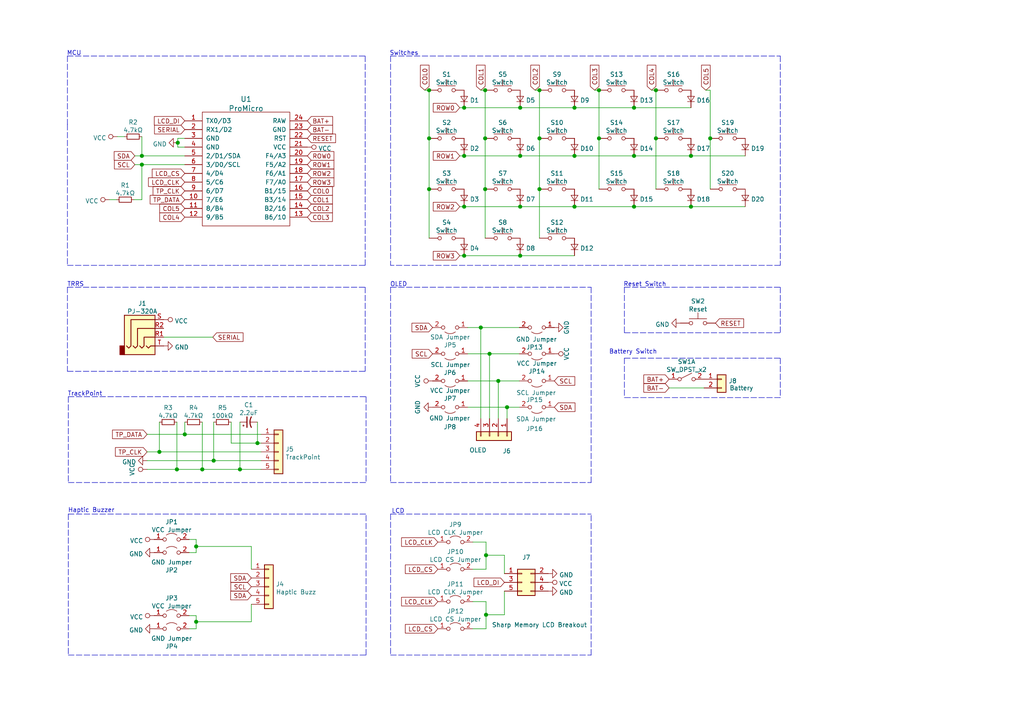
<source format=kicad_sch>
(kicad_sch (version 20210406) (generator eeschema)
  (paper "A4")
  (lib_symbols
    (symbol "Buzzard:ProMicro" (pin_names (offset 1.016))
      (property "Reference" "U" (at 0 19.05 0))
      (property "Value" "ProMicro" (at 0 -19.05 0))
      (symbol "ProMicro_0_1"
        (rectangle (start -12.7 16.51) (end 12.7 -16.51))
      )
      (symbol "ProMicro_1_1"
        (pin bidirectional line (at -17.78 13.97 0) (length 5.08) (name "TX0/D3") (number "1"))
        (pin bidirectional line (at -17.78 -8.89 0) (length 5.08) (name "7/E6") (number "10"))
        (pin bidirectional line (at -17.78 -11.43 0) (length 5.08) (name "8/B4") (number "11"))
        (pin bidirectional line (at -17.78 -13.97 0) (length 5.08) (name "9/B5") (number "12"))
        (pin bidirectional line (at 17.78 -13.97 180) (length 5.08) (name "B6/10") (number "13"))
        (pin bidirectional line (at 17.78 -11.43 180) (length 5.08) (name "B2/16") (number "14"))
        (pin bidirectional line (at 17.78 -8.89 180) (length 5.08) (name "B3/14") (number "15"))
        (pin bidirectional line (at 17.78 -6.35 180) (length 5.08) (name "B1/15") (number "16"))
        (pin bidirectional line (at 17.78 -3.81 180) (length 5.08) (name "F7/A0") (number "17"))
        (pin bidirectional line (at 17.78 -1.27 180) (length 5.08) (name "F6/A1") (number "18"))
        (pin bidirectional line (at 17.78 1.27 180) (length 5.08) (name "F5/A2") (number "19"))
        (pin bidirectional line (at -17.78 11.43 0) (length 5.08) (name "RX1/D2") (number "2"))
        (pin bidirectional line (at 17.78 3.81 180) (length 5.08) (name "F4/A3") (number "20"))
        (pin power_in line (at 17.78 6.35 180) (length 5.08) (name "VCC") (number "21"))
        (pin input line (at 17.78 8.89 180) (length 5.08) (name "RST") (number "22"))
        (pin power_in line (at 17.78 11.43 180) (length 5.08) (name "GND") (number "23"))
        (pin power_out line (at 17.78 13.97 180) (length 5.08) (name "RAW") (number "24"))
        (pin power_in line (at -17.78 8.89 0) (length 5.08) (name "GND") (number "3"))
        (pin power_in line (at -17.78 6.35 0) (length 5.08) (name "GND") (number "4"))
        (pin bidirectional line (at -17.78 3.81 0) (length 5.08) (name "2/D1/SDA") (number "5"))
        (pin bidirectional line (at -17.78 1.27 0) (length 5.08) (name "3/D0/SCL") (number "6"))
        (pin bidirectional line (at -17.78 -1.27 0) (length 5.08) (name "4/D4") (number "7"))
        (pin bidirectional line (at -17.78 -3.81 0) (length 5.08) (name "5/C6") (number "8"))
        (pin bidirectional line (at -17.78 -6.35 0) (length 5.08) (name "6/D7") (number "9"))
      )
    )
    (symbol "Connector:AudioJack4"
      (property "Reference" "J" (at 0 8.89 0))
      (property "Value" "AudioJack4" (at 0 6.35 0))
      (symbol "AudioJack4_0_1"
        (rectangle (start -6.35 -5.08) (end -7.62 -7.62) (stroke (width 0.254)) (fill (type outline)))
        (rectangle (start 2.54 3.81) (end -6.35 -7.62) (stroke (width 0.254)) (fill (type background)))
        (polyline (pts (xy 0 -5.08) (xy 0.635 -5.715) (xy 1.27 -5.08) (xy 2.54 -5.08)) (stroke (width 0.254)))
        (polyline (pts (xy -5.715 -5.08) (xy -5.08 -5.715) (xy -4.445 -5.08) (xy -4.445 2.54) (xy 2.54 2.54)) (stroke (width 0.254)))
        (polyline (pts (xy -1.905 -5.08) (xy -1.27 -5.715) (xy -0.635 -5.08) (xy -0.635 -2.54) (xy 2.54 -2.54)) (stroke (width 0.254)))
        (polyline (pts (xy 2.54 0) (xy -2.54 0) (xy -2.54 -5.08) (xy -3.175 -5.715) (xy -3.81 -5.08)) (stroke (width 0.254)))
      )
      (symbol "AudioJack4_1_1"
        (pin passive line (at 5.08 -2.54 180) (length 2.54) (name "~") (number "R1"))
        (pin passive line (at 5.08 0 180) (length 2.54) (name "~") (number "R2"))
        (pin passive line (at 5.08 2.54 180) (length 2.54) (name "~") (number "S"))
        (pin passive line (at 5.08 -5.08 180) (length 2.54) (name "~") (number "T"))
      )
    )
    (symbol "Connector_Generic:Conn_01x02" (pin_names (offset 1.016) hide)
      (property "Reference" "J" (at 0 2.54 0))
      (property "Value" "Conn_01x02" (at 0 -5.08 0))
      (symbol "Conn_01x02_1_1"
        (rectangle (start -1.27 -2.413) (end 0 -2.667) (stroke (width 0.1524)))
        (rectangle (start -1.27 0.127) (end 0 -0.127) (stroke (width 0.1524)))
        (rectangle (start -1.27 1.27) (end 1.27 -3.81) (stroke (width 0.254)) (fill (type background)))
        (pin passive line (at -5.08 0 0) (length 3.81) (name "Pin_1") (number "1"))
        (pin passive line (at -5.08 -2.54 0) (length 3.81) (name "Pin_2") (number "2"))
      )
    )
    (symbol "Connector_Generic:Conn_01x04" (pin_names (offset 1.016) hide)
      (property "Reference" "J" (at 0 5.08 0))
      (property "Value" "Conn_01x04" (at 0 -7.62 0))
      (symbol "Conn_01x04_1_1"
        (rectangle (start -1.27 -4.953) (end 0 -5.207) (stroke (width 0.1524)))
        (rectangle (start -1.27 -2.413) (end 0 -2.667) (stroke (width 0.1524)))
        (rectangle (start -1.27 0.127) (end 0 -0.127) (stroke (width 0.1524)))
        (rectangle (start -1.27 2.667) (end 0 2.413) (stroke (width 0.1524)))
        (rectangle (start -1.27 3.81) (end 1.27 -6.35) (stroke (width 0.254)) (fill (type background)))
        (pin passive line (at -5.08 2.54 0) (length 3.81) (name "Pin_1") (number "1"))
        (pin passive line (at -5.08 0 0) (length 3.81) (name "Pin_2") (number "2"))
        (pin passive line (at -5.08 -2.54 0) (length 3.81) (name "Pin_3") (number "3"))
        (pin passive line (at -5.08 -5.08 0) (length 3.81) (name "Pin_4") (number "4"))
      )
    )
    (symbol "Connector_Generic:Conn_01x05" (pin_names (offset 1.016) hide)
      (property "Reference" "J" (at 0 7.62 0))
      (property "Value" "Conn_01x05" (at 0 -7.62 0))
      (symbol "Conn_01x05_1_1"
        (rectangle (start -1.27 -4.953) (end 0 -5.207) (stroke (width 0.1524)))
        (rectangle (start -1.27 -2.413) (end 0 -2.667) (stroke (width 0.1524)))
        (rectangle (start -1.27 0.127) (end 0 -0.127) (stroke (width 0.1524)))
        (rectangle (start -1.27 2.667) (end 0 2.413) (stroke (width 0.1524)))
        (rectangle (start -1.27 5.207) (end 0 4.953) (stroke (width 0.1524)))
        (rectangle (start -1.27 6.35) (end 1.27 -6.35) (stroke (width 0.254)) (fill (type background)))
        (pin passive line (at -5.08 5.08 0) (length 3.81) (name "Pin_1") (number "1"))
        (pin passive line (at -5.08 2.54 0) (length 3.81) (name "Pin_2") (number "2"))
        (pin passive line (at -5.08 0 0) (length 3.81) (name "Pin_3") (number "3"))
        (pin passive line (at -5.08 -2.54 0) (length 3.81) (name "Pin_4") (number "4"))
        (pin passive line (at -5.08 -5.08 0) (length 3.81) (name "Pin_5") (number "5"))
      )
    )
    (symbol "Connector_Generic:Conn_02x03_Odd_Even" (pin_names (offset 1.016) hide)
      (property "Reference" "J" (at 1.27 5.08 0))
      (property "Value" "Conn_02x03_Odd_Even" (at 1.27 -5.08 0))
      (symbol "Conn_02x03_Odd_Even_1_1"
        (rectangle (start -1.27 -2.413) (end 0 -2.667) (stroke (width 0.1524)))
        (rectangle (start -1.27 0.127) (end 0 -0.127) (stroke (width 0.1524)))
        (rectangle (start -1.27 2.667) (end 0 2.413) (stroke (width 0.1524)))
        (rectangle (start 3.81 -2.413) (end 2.54 -2.667) (stroke (width 0.1524)))
        (rectangle (start 3.81 0.127) (end 2.54 -0.127) (stroke (width 0.1524)))
        (rectangle (start 3.81 2.667) (end 2.54 2.413) (stroke (width 0.1524)))
        (rectangle (start -1.27 3.81) (end 3.81 -3.81) (stroke (width 0.254)) (fill (type background)))
        (pin passive line (at -5.08 2.54 0) (length 3.81) (name "Pin_1") (number "1"))
        (pin passive line (at 7.62 2.54 180) (length 3.81) (name "Pin_2") (number "2"))
        (pin passive line (at -5.08 0 0) (length 3.81) (name "Pin_3") (number "3"))
        (pin passive line (at 7.62 0 180) (length 3.81) (name "Pin_4") (number "4"))
        (pin passive line (at -5.08 -2.54 0) (length 3.81) (name "Pin_5") (number "5"))
        (pin passive line (at 7.62 -2.54 180) (length 3.81) (name "Pin_6") (number "6"))
      )
    )
    (symbol "Device:CP1_Small" (pin_numbers hide) (pin_names (offset 0.254) hide)
      (property "Reference" "C" (at 0.254 1.778 0))
      (property "Value" "CP1_Small" (at 0.254 -2.032 0))
      (symbol "CP1_Small_0_1"
        (arc (start -1.524 -0.762) (end 1.524 -0.762) (radius (at 0 -3.556) (length 3.175) (angles 118.6 61.4)) (stroke (width 0.3048)))
        (polyline (pts (xy -1.524 0.508) (xy 1.524 0.508)) (stroke (width 0.3048)))
        (polyline (pts (xy -1.27 1.524) (xy -0.762 1.524)))
        (polyline (pts (xy -1.016 1.27) (xy -1.016 1.778)))
      )
      (symbol "CP1_Small_1_1"
        (pin passive line (at 0 2.54 270) (length 2.032) (name "~") (number "1"))
        (pin passive line (at 0 -2.54 90) (length 2.032) (name "~") (number "2"))
      )
    )
    (symbol "Device:D_Small" (pin_numbers hide) (pin_names (offset 0.254) hide)
      (property "Reference" "D" (at -1.27 2.032 0))
      (property "Value" "D_Small" (at -3.81 -2.032 0))
      (symbol "D_Small_0_1"
        (polyline (pts (xy -0.762 -1.016) (xy -0.762 1.016)))
        (polyline (pts (xy -0.762 0) (xy 0.762 0)))
        (polyline (pts (xy 0.762 -1.016) (xy -0.762 0) (xy 0.762 1.016) (xy 0.762 -1.016)))
      )
      (symbol "D_Small_1_1"
        (pin passive line (at -2.54 0 0) (length 1.778) (name "K") (number "1"))
        (pin passive line (at 2.54 0 180) (length 1.778) (name "A") (number "2"))
      )
    )
    (symbol "Device:R_Small" (pin_numbers hide) (pin_names (offset 0.254) hide)
      (property "Reference" "R" (at 0.762 0.508 0))
      (property "Value" "R_Small" (at 0.762 -1.016 0))
      (symbol "R_Small_0_1"
        (rectangle (start -0.762 1.778) (end 0.762 -1.778) (stroke (width 0.2032)))
      )
      (symbol "R_Small_1_1"
        (pin passive line (at 0 2.54 270) (length 0.762) (name "~") (number "1"))
        (pin passive line (at 0 -2.54 90) (length 0.762) (name "~") (number "2"))
      )
    )
    (symbol "Jumper:Jumper_2_Open" (pin_names (offset 0) hide)
      (property "Reference" "JP" (at 0 2.794 0))
      (property "Value" "Jumper_2_Open" (at 0 -2.286 0))
      (symbol "Jumper_2_Open_0_0"
        (circle (center -2.032 0) (radius 0.508))
        (circle (center 2.032 0) (radius 0.508))
      )
      (symbol "Jumper_2_Open_0_1"
        (arc (start -1.524 1.27) (end 1.524 1.27) (radius (at 0 -0.762) (length 2.54) (angles 126.9 53.1)))
      )
      (symbol "Jumper_2_Open_1_1"
        (pin passive line (at -5.08 0 0) (length 2.54) (name "A") (number "1"))
        (pin passive line (at 5.08 0 180) (length 2.54) (name "B") (number "2"))
      )
    )
    (symbol "Switch:SW_DPST_x2" (pin_names (offset 0) hide)
      (property "Reference" "SW" (at 0 3.175 0))
      (property "Value" "SW_DPST_x2" (at 0 -2.54 0))
      (symbol "SW_DPST_x2_0_0"
        (circle (center -2.032 0) (radius 0.508))
        (circle (center 2.032 0) (radius 0.508))
        (polyline (pts (xy -1.524 0.254) (xy 1.524 1.778)))
      )
      (symbol "SW_DPST_x2_1_1"
        (pin passive line (at -5.08 0 0) (length 2.54) (name "A") (number "1"))
        (pin passive line (at 5.08 0 180) (length 2.54) (name "B") (number "2"))
      )
      (symbol "SW_DPST_x2_2_1"
        (pin passive line (at -5.08 0 0) (length 2.54) (name "A") (number "3"))
        (pin passive line (at 5.08 0 180) (length 2.54) (name "B") (number "4"))
      )
    )
    (symbol "Switch:SW_Push" (pin_numbers hide) (pin_names (offset 1.016) hide)
      (property "Reference" "SW" (at 1.27 2.54 0))
      (property "Value" "SW_Push" (at 0 -1.524 0))
      (symbol "SW_Push_0_1"
        (circle (center -2.032 0) (radius 0.508))
        (circle (center 2.032 0) (radius 0.508))
        (polyline (pts (xy 0 1.27) (xy 0 3.048)))
        (polyline (pts (xy 2.54 1.27) (xy -2.54 1.27)))
        (pin passive line (at -5.08 0 0) (length 2.54) (name "1") (number "1"))
        (pin passive line (at 5.08 0 180) (length 2.54) (name "2") (number "2"))
      )
    )
    (symbol "power:GND" (power) (pin_names (offset 0))
      (property "Value" "GND" (at 0 -3.81 0))
      (symbol "GND_0_1"
        (polyline (pts (xy 0 0) (xy 0 -1.27) (xy 1.27 -1.27) (xy 0 -2.54) (xy -1.27 -1.27) (xy 0 -1.27)))
      )
      (symbol "GND_1_1"
        (pin power_in line (at 0 0 270) (length 0) hide (name "GND") (number "1"))
      )
    )
    (symbol "power:VCC" (power) (pin_names (offset 0))
      (property "Value" "VCC" (at 0 3.81 0))
      (symbol "VCC_0_1"
        (circle (center 0 1.905) (radius 0.635))
        (polyline (pts (xy 0 0) (xy 0 1.27)))
      )
      (symbol "VCC_1_1"
        (pin power_in line (at 0 0 90) (length 0) hide (name "VCC") (number "1"))
      )
    )
  )
  (junction (at 41.148 45.212) (diameter 1.016))
  (junction (at 41.148 47.752) (diameter 1.016))
  (junction (at 46.228 131.064) (diameter 1.016))
  (junction (at 51.308 136.144) (diameter 1.016))
  (junction (at 51.562 41.402) (diameter 1.016))
  (junction (at 53.594 125.984) (diameter 1.016))
  (junction (at 56.896 158.496) (diameter 1.016))
  (junction (at 56.896 180.34) (diameter 1.016))
  (junction (at 58.674 136.144) (diameter 1.016))
  (junction (at 61.976 133.604) (diameter 1.016))
  (junction (at 69.596 136.144) (diameter 1.016))
  (junction (at 74.676 128.524) (diameter 1.016))
  (junction (at 124.46 26.162) (diameter 1.016))
  (junction (at 124.46 40.132) (diameter 1.016))
  (junction (at 124.46 54.864) (diameter 1.016))
  (junction (at 134.62 31.242) (diameter 1.016))
  (junction (at 134.62 45.212) (diameter 1.016))
  (junction (at 134.62 59.944) (diameter 1.016))
  (junction (at 134.62 74.168) (diameter 1.016))
  (junction (at 139.446 94.996) (diameter 1.016))
  (junction (at 140.716 26.162) (diameter 1.016))
  (junction (at 140.716 40.132) (diameter 1.016))
  (junction (at 140.716 54.864) (diameter 1.016))
  (junction (at 140.97 161.036) (diameter 1.016))
  (junction (at 140.97 178.308) (diameter 1.016))
  (junction (at 141.986 102.616) (diameter 1.016))
  (junction (at 144.526 110.49) (diameter 1.016))
  (junction (at 147.066 118.11) (diameter 1.016))
  (junction (at 150.876 31.242) (diameter 1.016))
  (junction (at 150.876 45.212) (diameter 1.016))
  (junction (at 150.876 59.944) (diameter 1.016))
  (junction (at 150.876 74.168) (diameter 1.016))
  (junction (at 156.464 26.162) (diameter 1.016))
  (junction (at 156.464 40.132) (diameter 1.016))
  (junction (at 156.464 54.864) (diameter 1.016))
  (junction (at 166.624 31.242) (diameter 1.016))
  (junction (at 166.624 45.212) (diameter 1.016))
  (junction (at 166.624 59.944) (diameter 1.016))
  (junction (at 173.736 26.162) (diameter 1.016))
  (junction (at 173.736 40.132) (diameter 1.016))
  (junction (at 183.896 31.242) (diameter 1.016))
  (junction (at 183.896 45.212) (diameter 1.016))
  (junction (at 183.896 59.944) (diameter 1.016))
  (junction (at 190.246 26.162) (diameter 1.016))
  (junction (at 190.246 40.132) (diameter 1.016))
  (junction (at 200.406 45.212) (diameter 1.016))
  (junction (at 200.406 59.944) (diameter 1.016))
  (junction (at 205.994 40.132) (diameter 1.016))
  (wire (pts (xy 31.75 57.912) (xy 33.782 57.912)))
  (wire (pts (xy 34.036 39.624) (xy 36.068 39.624)))
  (wire (pts (xy 38.862 57.912) (xy 41.148 57.912)))
  (wire (pts (xy 39.116 45.212) (xy 41.148 45.212)))
  (wire (pts (xy 39.116 47.752) (xy 41.148 47.752)))
  (wire (pts (xy 41.148 39.624) (xy 41.148 45.212)))
  (wire (pts (xy 41.148 45.212) (xy 53.594 45.212)))
  (wire (pts (xy 41.148 47.752) (xy 41.148 57.912)))
  (wire (pts (xy 41.148 47.752) (xy 53.594 47.752)))
  (wire (pts (xy 42.672 125.984) (xy 53.594 125.984)))
  (wire (pts (xy 42.672 131.064) (xy 46.228 131.064)))
  (wire (pts (xy 42.672 133.604) (xy 61.976 133.604)))
  (wire (pts (xy 42.672 136.144) (xy 51.308 136.144)))
  (wire (pts (xy 46.228 122.428) (xy 46.228 131.064)))
  (wire (pts (xy 46.228 131.064) (xy 75.692 131.064)))
  (wire (pts (xy 47.498 97.79) (xy 61.722 97.79)))
  (wire (pts (xy 51.308 122.428) (xy 51.308 136.144)))
  (wire (pts (xy 51.308 136.144) (xy 58.674 136.144)))
  (wire (pts (xy 51.562 40.132) (xy 51.562 41.402)))
  (wire (pts (xy 51.562 42.672) (xy 51.562 41.402)))
  (wire (pts (xy 53.594 40.132) (xy 51.562 40.132)))
  (wire (pts (xy 53.594 42.672) (xy 51.562 42.672)))
  (wire (pts (xy 53.594 122.428) (xy 53.594 125.984)))
  (wire (pts (xy 53.594 125.984) (xy 75.692 125.984)))
  (wire (pts (xy 54.864 156.464) (xy 56.896 156.464)))
  (wire (pts (xy 54.864 160.274) (xy 56.896 160.274)))
  (wire (pts (xy 54.864 178.562) (xy 56.896 178.562)))
  (wire (pts (xy 54.864 182.372) (xy 56.896 182.372)))
  (wire (pts (xy 56.896 156.464) (xy 56.896 158.496)))
  (wire (pts (xy 56.896 158.496) (xy 56.896 160.274)))
  (wire (pts (xy 56.896 178.562) (xy 56.896 180.34)))
  (wire (pts (xy 56.896 180.34) (xy 56.896 182.372)))
  (wire (pts (xy 58.674 122.428) (xy 58.674 136.144)))
  (wire (pts (xy 58.674 136.144) (xy 69.596 136.144)))
  (wire (pts (xy 61.976 122.428) (xy 61.976 133.604)))
  (wire (pts (xy 61.976 133.604) (xy 75.692 133.604)))
  (wire (pts (xy 67.056 122.428) (xy 67.056 128.524)))
  (wire (pts (xy 67.056 128.524) (xy 74.676 128.524)))
  (wire (pts (xy 69.596 122.428) (xy 69.596 136.144)))
  (wire (pts (xy 69.596 136.144) (xy 75.692 136.144)))
  (wire (pts (xy 72.898 158.496) (xy 56.896 158.496)))
  (wire (pts (xy 72.898 165.1) (xy 72.898 158.496)))
  (wire (pts (xy 72.898 175.26) (xy 72.898 180.34)))
  (wire (pts (xy 72.898 180.34) (xy 56.896 180.34)))
  (wire (pts (xy 74.676 122.428) (xy 74.676 128.524)))
  (wire (pts (xy 74.676 128.524) (xy 75.692 128.524)))
  (wire (pts (xy 123.19 26.162) (xy 124.46 26.162)))
  (wire (pts (xy 124.46 26.162) (xy 124.46 40.132)))
  (wire (pts (xy 124.46 40.132) (xy 124.46 54.864)))
  (wire (pts (xy 124.46 54.864) (xy 124.46 69.088)))
  (wire (pts (xy 133.35 31.242) (xy 134.62 31.242)))
  (wire (pts (xy 133.35 45.212) (xy 134.62 45.212)))
  (wire (pts (xy 133.35 59.944) (xy 134.62 59.944)))
  (wire (pts (xy 133.35 74.168) (xy 134.62 74.168)))
  (wire (pts (xy 134.62 31.242) (xy 150.876 31.242)))
  (wire (pts (xy 134.62 45.212) (xy 150.876 45.212)))
  (wire (pts (xy 134.62 59.944) (xy 150.876 59.944)))
  (wire (pts (xy 134.62 74.168) (xy 150.876 74.168)))
  (wire (pts (xy 135.636 94.996) (xy 139.446 94.996)))
  (wire (pts (xy 135.636 102.616) (xy 141.986 102.616)))
  (wire (pts (xy 135.636 110.49) (xy 144.526 110.49)))
  (wire (pts (xy 135.636 118.11) (xy 147.066 118.11)))
  (wire (pts (xy 137.16 157.226) (xy 140.97 157.226)))
  (wire (pts (xy 137.16 174.498) (xy 140.97 174.498)))
  (wire (pts (xy 139.446 26.162) (xy 140.716 26.162)))
  (wire (pts (xy 139.446 94.996) (xy 139.446 121.412)))
  (wire (pts (xy 139.446 94.996) (xy 150.622 94.996)))
  (wire (pts (xy 140.716 26.162) (xy 140.716 40.132)))
  (wire (pts (xy 140.716 40.132) (xy 140.716 54.864)))
  (wire (pts (xy 140.716 54.864) (xy 140.716 69.088)))
  (wire (pts (xy 140.97 157.226) (xy 140.97 161.036)))
  (wire (pts (xy 140.97 161.036) (xy 140.97 165.1)))
  (wire (pts (xy 140.97 161.036) (xy 146.304 161.036)))
  (wire (pts (xy 140.97 165.1) (xy 137.16 165.1)))
  (wire (pts (xy 140.97 174.498) (xy 140.97 178.308)))
  (wire (pts (xy 140.97 178.308) (xy 140.97 182.372)))
  (wire (pts (xy 140.97 178.308) (xy 146.304 178.308)))
  (wire (pts (xy 140.97 182.372) (xy 137.16 182.372)))
  (wire (pts (xy 141.986 102.616) (xy 150.622 102.616)))
  (wire (pts (xy 141.986 121.412) (xy 141.986 102.616)))
  (wire (pts (xy 144.526 110.49) (xy 144.526 121.412)))
  (wire (pts (xy 144.526 110.49) (xy 150.622 110.49)))
  (wire (pts (xy 146.304 166.37) (xy 146.304 161.036)))
  (wire (pts (xy 146.304 171.45) (xy 146.304 178.308)))
  (wire (pts (xy 147.066 118.11) (xy 147.066 121.412)))
  (wire (pts (xy 147.066 118.11) (xy 150.622 118.11)))
  (wire (pts (xy 150.876 31.242) (xy 166.624 31.242)))
  (wire (pts (xy 150.876 45.212) (xy 166.624 45.212)))
  (wire (pts (xy 150.876 59.944) (xy 166.624 59.944)))
  (wire (pts (xy 150.876 74.168) (xy 166.624 74.168)))
  (wire (pts (xy 155.194 26.162) (xy 156.464 26.162)))
  (wire (pts (xy 156.464 26.162) (xy 156.464 40.132)))
  (wire (pts (xy 156.464 40.132) (xy 156.464 54.864)))
  (wire (pts (xy 156.464 54.864) (xy 156.464 69.088)))
  (wire (pts (xy 166.624 31.242) (xy 183.896 31.242)))
  (wire (pts (xy 166.624 45.212) (xy 183.896 45.212)))
  (wire (pts (xy 166.624 59.944) (xy 183.896 59.944)))
  (wire (pts (xy 172.466 26.162) (xy 173.736 26.162)))
  (wire (pts (xy 173.736 26.162) (xy 173.736 40.132)))
  (wire (pts (xy 173.736 40.132) (xy 173.736 54.864)))
  (wire (pts (xy 183.896 31.242) (xy 200.406 31.242)))
  (wire (pts (xy 183.896 45.212) (xy 200.406 45.212)))
  (wire (pts (xy 183.896 59.944) (xy 200.406 59.944)))
  (wire (pts (xy 188.976 26.162) (xy 190.246 26.162)))
  (wire (pts (xy 190.246 26.162) (xy 190.246 40.132)))
  (wire (pts (xy 190.246 40.132) (xy 190.246 54.864)))
  (wire (pts (xy 194.056 112.522) (xy 204.216 112.522)))
  (wire (pts (xy 200.406 45.212) (xy 216.154 45.212)))
  (wire (pts (xy 200.406 59.944) (xy 216.154 59.944)))
  (wire (pts (xy 204.724 26.162) (xy 205.994 26.162)))
  (wire (pts (xy 205.994 26.162) (xy 205.994 40.132)))
  (wire (pts (xy 205.994 40.132) (xy 205.994 54.864)))
  (polyline (pts (xy 19.558 16.256) (xy 19.558 36.068)) (stroke (width 0) (type dash)))
  (polyline (pts (xy 19.558 16.256) (xy 105.918 16.256)) (stroke (width 0) (type dash)))
  (polyline (pts (xy 19.558 36.068) (xy 19.558 76.962)) (stroke (width 0) (type dash)))
  (polyline (pts (xy 19.558 76.962) (xy 105.918 76.962)) (stroke (width 0) (type dash)))
  (polyline (pts (xy 19.558 83.312) (xy 19.558 107.696)) (stroke (width 0) (type dash)))
  (polyline (pts (xy 19.558 83.312) (xy 105.918 83.312)) (stroke (width 0) (type dash)))
  (polyline (pts (xy 19.558 107.696) (xy 105.918 107.696)) (stroke (width 0) (type dash)))
  (polyline (pts (xy 19.812 115.062) (xy 19.812 139.954)) (stroke (width 0) (type dash)))
  (polyline (pts (xy 19.812 115.062) (xy 106.172 115.062)) (stroke (width 0) (type dash)))
  (polyline (pts (xy 19.812 139.954) (xy 106.172 139.954)) (stroke (width 0) (type dash)))
  (polyline (pts (xy 19.812 149.098) (xy 19.812 189.992)) (stroke (width 0) (type dash)))
  (polyline (pts (xy 19.812 149.098) (xy 106.172 149.098)) (stroke (width 0) (type dash)))
  (polyline (pts (xy 19.812 189.992) (xy 106.172 189.992)) (stroke (width 0) (type dash)))
  (polyline (pts (xy 105.918 16.256) (xy 105.918 36.322)) (stroke (width 0) (type dash)))
  (polyline (pts (xy 105.918 76.962) (xy 105.918 36.068)) (stroke (width 0) (type dash)))
  (polyline (pts (xy 105.918 83.312) (xy 105.918 107.696)) (stroke (width 0) (type dash)))
  (polyline (pts (xy 106.172 115.062) (xy 106.172 139.954)) (stroke (width 0) (type dash)))
  (polyline (pts (xy 106.172 189.992) (xy 106.172 149.098)) (stroke (width 0) (type dash)))
  (polyline (pts (xy 113.284 16.256) (xy 113.284 76.962)) (stroke (width 0) (type dash)))
  (polyline (pts (xy 113.284 16.256) (xy 226.314 16.256)) (stroke (width 0) (type dash)))
  (polyline (pts (xy 113.284 83.312) (xy 113.284 99.06)) (stroke (width 0) (type dash)))
  (polyline (pts (xy 113.284 83.312) (xy 171.45 83.312)) (stroke (width 0) (type dash)))
  (polyline (pts (xy 113.284 99.06) (xy 113.284 139.954)) (stroke (width 0) (type dash)))
  (polyline (pts (xy 113.284 139.954) (xy 171.45 139.954)) (stroke (width 0) (type dash)))
  (polyline (pts (xy 113.284 149.098) (xy 113.284 189.992)) (stroke (width 0) (type dash)))
  (polyline (pts (xy 113.284 149.098) (xy 171.45 149.098)) (stroke (width 0) (type dash)))
  (polyline (pts (xy 113.284 189.992) (xy 171.45 189.992)) (stroke (width 0) (type dash)))
  (polyline (pts (xy 171.45 83.312) (xy 171.45 99.06)) (stroke (width 0) (type dash)))
  (polyline (pts (xy 171.45 139.954) (xy 171.45 99.06)) (stroke (width 0) (type dash)))
  (polyline (pts (xy 171.45 189.992) (xy 171.45 149.098)) (stroke (width 0) (type dash)))
  (polyline (pts (xy 181.102 83.312) (xy 181.102 96.52)) (stroke (width 0) (type dash)))
  (polyline (pts (xy 181.102 83.312) (xy 226.314 83.312)) (stroke (width 0) (type dash)))
  (polyline (pts (xy 181.102 96.52) (xy 226.314 96.52)) (stroke (width 0.1524) (type dash)))
  (polyline (pts (xy 181.102 103.886) (xy 181.102 115.316)) (stroke (width 0) (type dash)))
  (polyline (pts (xy 181.102 103.886) (xy 226.314 103.886)) (stroke (width 0) (type dash)))
  (polyline (pts (xy 226.314 16.256) (xy 226.314 76.962)) (stroke (width 0) (type dash)))
  (polyline (pts (xy 226.314 76.962) (xy 113.284 76.962)) (stroke (width 0) (type dash)))
  (polyline (pts (xy 226.314 83.312) (xy 226.314 96.52)) (stroke (width 0) (type dash)))
  (polyline (pts (xy 226.314 103.886) (xy 226.314 115.316)) (stroke (width 0) (type dash)))
  (polyline (pts (xy 226.314 115.316) (xy 181.102 115.316)) (stroke (width 0) (type dash)))
  (text "MCU\n" (at 23.622 16.256 180) (effects (font (size 1.27 1.27)) (justify right bottom)))
  (text "TRRS" (at 24.384 83.312 180) (effects (font (size 1.27 1.27)) (justify right bottom)))
  (text "TrackPoint" (at 29.718 115.062 180) (effects (font (size 1.27 1.27)) (justify right bottom)))
  (text "Haptic Buzzer" (at 33.274 148.844 180) (effects (font (size 1.27 1.27)) (justify right bottom)))
  (text "LCD" (at 117.348 149.098 180) (effects (font (size 1.27 1.27)) (justify right bottom)))
  (text "OLED" (at 118.11 83.312 180) (effects (font (size 1.27 1.27)) (justify right bottom)))
  (text "Switches" (at 121.412 16.256 180) (effects (font (size 1.27 1.27)) (justify right bottom)))
  (text "Reset Switch" (at 193.294 83.312 180) (effects (font (size 1.27 1.27)) (justify right bottom)))
  (text "Battery Switch	" (at 196.85 102.87 180) (effects (font (size 1.27 1.27)) (justify right bottom)))
  (global_label "SDA" (shape input) (at 39.116 45.212 180) (property "Intersheet References" "${INTERSHEET_REFS}" (effects hide)))
  (global_label "SCL" (shape input) (at 39.116 47.752 180) (property "Intersheet References" "${INTERSHEET_REFS}" (effects hide)))
  (global_label "TP_DATA" (shape input) (at 42.672 125.984 180) (property "Intersheet References" "${INTERSHEET_REFS}" (effects hide)))
  (global_label "TP_CLK" (shape input) (at 42.672 131.064 180) (property "Intersheet References" "${INTERSHEET_REFS}" (effects hide)))
  (global_label "LCD_DI" (shape input) (at 53.594 35.052 180) (property "Intersheet References" "${INTERSHEET_REFS}" (effects hide)))
  (global_label "SERIAL" (shape input) (at 53.594 37.592 180) (property "Intersheet References" "${INTERSHEET_REFS}" (effects hide)))
  (global_label "LCD_CS" (shape input) (at 53.594 50.292 180) (property "Intersheet References" "${INTERSHEET_REFS}" (effects hide)))
  (global_label "LCD_CLK" (shape input) (at 53.594 52.832 180) (property "Intersheet References" "${INTERSHEET_REFS}" (effects hide)))
  (global_label "TP_CLK" (shape input) (at 53.594 55.372 180) (property "Intersheet References" "${INTERSHEET_REFS}" (effects hide)))
  (global_label "TP_DATA" (shape input) (at 53.594 57.912 180) (property "Intersheet References" "${INTERSHEET_REFS}" (effects hide)))
  (global_label "COL5" (shape input) (at 53.594 60.452 180) (property "Intersheet References" "${INTERSHEET_REFS}" (effects hide)))
  (global_label "COL4" (shape input) (at 53.594 62.992 180) (property "Intersheet References" "${INTERSHEET_REFS}" (effects hide)))
  (global_label "SERIAL" (shape input) (at 61.722 97.79 0) (property "Intersheet References" "${INTERSHEET_REFS}" (effects hide)))
  (global_label "SDA" (shape input) (at 72.898 167.64 180) (property "Intersheet References" "${INTERSHEET_REFS}" (effects hide)))
  (global_label "SCL" (shape input) (at 72.898 170.18 180) (property "Intersheet References" "${INTERSHEET_REFS}" (effects hide)))
  (global_label "SDA" (shape input) (at 72.898 172.72 180) (property "Intersheet References" "${INTERSHEET_REFS}" (effects hide)))
  (global_label "BAT+" (shape input) (at 89.154 35.052 0) (property "Intersheet References" "${INTERSHEET_REFS}" (effects hide)))
  (global_label "BAT-" (shape input) (at 89.154 37.592 0) (property "Intersheet References" "${INTERSHEET_REFS}" (effects hide)))
  (global_label "RESET" (shape input) (at 89.154 40.132 0) (property "Intersheet References" "${INTERSHEET_REFS}" (effects hide)))
  (global_label "ROW0" (shape input) (at 89.154 45.212 0) (property "Intersheet References" "${INTERSHEET_REFS}" (effects hide)))
  (global_label "ROW1" (shape input) (at 89.154 47.752 0) (property "Intersheet References" "${INTERSHEET_REFS}" (effects hide)))
  (global_label "ROW2" (shape input) (at 89.154 50.292 0) (property "Intersheet References" "${INTERSHEET_REFS}" (effects hide)))
  (global_label "ROW3" (shape input) (at 89.154 52.832 0) (property "Intersheet References" "${INTERSHEET_REFS}" (effects hide)))
  (global_label "COL0" (shape input) (at 89.154 55.372 0) (property "Intersheet References" "${INTERSHEET_REFS}" (effects hide)))
  (global_label "COL1" (shape input) (at 89.154 57.912 0) (property "Intersheet References" "${INTERSHEET_REFS}" (effects hide)))
  (global_label "COL2" (shape input) (at 89.154 60.452 0) (property "Intersheet References" "${INTERSHEET_REFS}" (effects hide)))
  (global_label "COL3" (shape input) (at 89.154 62.992 0) (property "Intersheet References" "${INTERSHEET_REFS}" (effects hide)))
  (global_label "COL0" (shape input) (at 123.19 26.162 90) (property "Intersheet References" "${INTERSHEET_REFS}" (effects hide)))
  (global_label "SDA" (shape input) (at 125.476 94.996 180) (property "Intersheet References" "${INTERSHEET_REFS}" (effects hide)))
  (global_label "SCL" (shape input) (at 125.476 102.616 180) (property "Intersheet References" "${INTERSHEET_REFS}" (effects hide)))
  (global_label "LCD_CLK" (shape input) (at 127 157.226 180) (property "Intersheet References" "${INTERSHEET_REFS}" (effects hide)))
  (global_label "LCD_CS" (shape input) (at 127 165.1 180) (property "Intersheet References" "${INTERSHEET_REFS}" (effects hide)))
  (global_label "LCD_CLK" (shape input) (at 127 174.498 180) (property "Intersheet References" "${INTERSHEET_REFS}" (effects hide)))
  (global_label "LCD_CS" (shape input) (at 127 182.372 180) (property "Intersheet References" "${INTERSHEET_REFS}" (effects hide)))
  (global_label "ROW0" (shape input) (at 133.35 31.242 180) (property "Intersheet References" "${INTERSHEET_REFS}" (effects hide)))
  (global_label "ROW1" (shape input) (at 133.35 45.212 180) (property "Intersheet References" "${INTERSHEET_REFS}" (effects hide)))
  (global_label "ROW2" (shape input) (at 133.35 59.944 180) (property "Intersheet References" "${INTERSHEET_REFS}" (effects hide)))
  (global_label "ROW3" (shape input) (at 133.35 74.168 180) (property "Intersheet References" "${INTERSHEET_REFS}" (effects hide)))
  (global_label "COL1" (shape input) (at 139.446 26.162 90) (property "Intersheet References" "${INTERSHEET_REFS}" (effects hide)))
  (global_label "LCD_DI" (shape input) (at 146.304 168.91 180) (property "Intersheet References" "${INTERSHEET_REFS}" (effects hide)))
  (global_label "COL2" (shape input) (at 155.194 26.162 90) (property "Intersheet References" "${INTERSHEET_REFS}" (effects hide)))
  (global_label "SCL" (shape input) (at 160.782 110.49 0) (property "Intersheet References" "${INTERSHEET_REFS}" (effects hide)))
  (global_label "SDA" (shape input) (at 160.782 118.11 0) (property "Intersheet References" "${INTERSHEET_REFS}" (effects hide)))
  (global_label "COL3" (shape input) (at 172.466 26.162 90) (property "Intersheet References" "${INTERSHEET_REFS}" (effects hide)))
  (global_label "COL4" (shape input) (at 188.976 26.162 90) (property "Intersheet References" "${INTERSHEET_REFS}" (effects hide)))
  (global_label "BAT+" (shape input) (at 194.056 109.982 180) (property "Intersheet References" "${INTERSHEET_REFS}" (effects hide)))
  (global_label "BAT-" (shape input) (at 194.056 112.522 180) (property "Intersheet References" "${INTERSHEET_REFS}" (effects hide)))
  (global_label "COL5" (shape input) (at 204.724 26.162 90) (property "Intersheet References" "${INTERSHEET_REFS}" (effects hide)))
  (global_label "RESET" (shape input) (at 207.518 93.726 0) (property "Intersheet References" "${INTERSHEET_REFS}" (effects hide)))
  (symbol (lib_id "power:VCC") (at 31.75 57.912 90) (unit 1)
    (property "Reference" "#PWR01" (effects hide))
    (property "Value" "VCC" (at 28.5749 58.3005 90) (effects (justify left)))
  )
  (symbol (lib_id "power:VCC") (at 34.036 39.624 90) (unit 1)
    (property "Reference" "#PWR02" (effects hide))
    (property "Value" "VCC" (at 30.8609 40.0125 90) (effects (justify left)))
  )
  (symbol (lib_id "power:VCC") (at 42.672 136.144 90) (unit 1)
    (property "Reference" "#PWR04" (effects hide))
    (property "Value" "VCC" (at 38.3476 136.144 0))
  )
  (symbol (lib_id "power:VCC") (at 44.704 156.464 90) (unit 1)
    (property "Reference" "#PWR05" (effects hide))
    (property "Value" "VCC" (at 41.5289 156.8525 90) (effects (justify left)))
  )
  (symbol (lib_id "power:VCC") (at 44.704 178.562 90) (unit 1)
    (property "Reference" "#PWR07" (effects hide))
    (property "Value" "VCC" (at 41.5289 178.9505 90) (effects (justify left)))
  )
  (symbol (lib_id "power:VCC") (at 47.498 92.71 270) (unit 1)
    (property "Reference" "#PWR09" (effects hide))
    (property "Value" "VCC" (at 50.6731 93.0985 90) (effects (justify left)))
  )
  (symbol (lib_id "power:VCC") (at 89.154 42.672 270) (unit 1)
    (property "Reference" "#PWR012" (effects hide))
    (property "Value" "VCC" (at 92.3291 43.0605 90) (effects (justify left)))
  )
  (symbol (lib_id "power:VCC") (at 125.476 110.49 90) (unit 1)
    (property "Reference" "#PWR013" (effects hide))
    (property "Value" "VCC" (at 121.1516 110.49 0))
  )
  (symbol (lib_id "power:VCC") (at 159.004 168.91 270) (unit 1)
    (property "Reference" "#PWR018" (effects hide))
    (property "Value" "VCC" (at 162.1791 169.2985 90) (effects (justify left)))
  )
  (symbol (lib_id "power:VCC") (at 160.782 102.616 270) (unit 1)
    (property "Reference" "#PWR020" (effects hide))
    (property "Value" "VCC" (at 164.3294 102.616 0))
  )
  (symbol (lib_id "power:GND") (at 42.672 133.604 270) (unit 1)
    (property "Reference" "#PWR03" (effects hide))
    (property "Value" "GND" (at 39.497 133.9925 90) (effects (justify right)))
  )
  (symbol (lib_id "power:GND") (at 44.704 160.274 270) (unit 1)
    (property "Reference" "#PWR06" (effects hide))
    (property "Value" "GND" (at 41.529 160.6625 90) (effects (justify right)))
  )
  (symbol (lib_id "power:GND") (at 44.704 182.372 270) (unit 1)
    (property "Reference" "#PWR08" (effects hide))
    (property "Value" "GND" (at 41.529 182.7605 90) (effects (justify right)))
  )
  (symbol (lib_id "power:GND") (at 47.498 100.33 90) (unit 1)
    (property "Reference" "#PWR010" (effects hide))
    (property "Value" "GND" (at 50.6731 100.7185 90) (effects (justify right)))
  )
  (symbol (lib_id "power:GND") (at 51.562 41.402 270) (unit 1)
    (property "Reference" "#PWR011" (effects hide))
    (property "Value" "GND" (at 48.387 41.7905 90) (effects (justify right)))
  )
  (symbol (lib_id "power:GND") (at 125.476 118.11 270) (unit 1)
    (property "Reference" "#PWR014" (effects hide))
    (property "Value" "GND" (at 121.1516 118.11 0))
  )
  (symbol (lib_id "power:GND") (at 159.004 166.37 90) (unit 1)
    (property "Reference" "#PWR017" (effects hide))
    (property "Value" "GND" (at 162.1791 166.7585 90) (effects (justify right)))
  )
  (symbol (lib_id "power:GND") (at 159.004 171.45 90) (unit 1)
    (property "Reference" "#PWR0101" (effects hide))
    (property "Value" "GND" (at 162.1791 171.8385 90) (effects (justify right)))
  )
  (symbol (lib_id "power:GND") (at 160.782 94.996 90) (unit 1)
    (property "Reference" "#PWR019" (effects hide))
    (property "Value" "GND" (at 164.3294 94.996 0))
  )
  (symbol (lib_id "power:GND") (at 197.358 93.726 270) (unit 1)
    (property "Reference" "#PWR021" (effects hide))
    (property "Value" "GND" (at 194.183 94.1145 90) (effects (justify right)))
  )
  (symbol (lib_id "Device:R_Small") (at 36.322 57.912 90) (unit 1)
    (property "Reference" "R1" (at 36.322 53.7422 90))
    (property "Value" "4.7kΩ" (at 36.322 56.0409 90))
    (property "Footprint" "Buzzard:Resistor-TH_SMD" (effects hide))
  )
  (symbol (lib_id "Device:R_Small") (at 38.608 39.624 90) (unit 1)
    (property "Reference" "R2" (at 38.608 35.4542 90))
    (property "Value" "4.7kΩ" (at 38.608 37.7529 90))
    (property "Footprint" "Buzzard:Resistor-TH_SMD" (effects hide))
  )
  (symbol (lib_id "Device:R_Small") (at 48.768 122.428 270) (unit 1)
    (property "Reference" "R3" (at 48.768 118.2582 90))
    (property "Value" "4.7kΩ" (at 48.768 120.5569 90))
    (property "Footprint" "Buzzard:Resistor-TH_SMD" (effects hide))
  )
  (symbol (lib_id "Device:R_Small") (at 56.134 122.428 270) (unit 1)
    (property "Reference" "R4" (at 56.134 118.2582 90))
    (property "Value" "4.7kΩ" (at 56.134 120.5569 90))
    (property "Footprint" "Buzzard:Resistor-TH_SMD" (effects hide))
  )
  (symbol (lib_id "Device:R_Small") (at 64.516 122.428 270) (unit 1)
    (property "Reference" "R5" (at 64.516 118.2582 90))
    (property "Value" "100kΩ" (at 64.516 120.5569 90))
    (property "Footprint" "Buzzard:Resistor-TH_SMD" (effects hide))
  )
  (symbol (lib_id "Device:D_Small") (at 134.62 28.702 90) (unit 1)
    (property "Reference" "D1" (at 136.2711 29.0905 90) (effects (justify right)))
    (property "Value" "D_Small" (effects hide))
    (property "Footprint" "Buzzard:D3_TH_SMD_v2" (effects hide))
  )
  (symbol (lib_id "Device:D_Small") (at 134.62 42.672 90) (unit 1)
    (property "Reference" "D2" (at 136.2711 43.0605 90) (effects (justify right)))
    (property "Value" "D_Small" (effects hide))
    (property "Footprint" "Buzzard:D3_TH_SMD_v2" (effects hide))
  )
  (symbol (lib_id "Device:D_Small") (at 134.62 57.404 90) (unit 1)
    (property "Reference" "D3" (at 136.2711 57.7925 90) (effects (justify right)))
    (property "Value" "D_Small" (effects hide))
    (property "Footprint" "Buzzard:D3_TH_SMD_v2" (effects hide))
  )
  (symbol (lib_id "Device:D_Small") (at 134.62 71.628 90) (unit 1)
    (property "Reference" "D4" (at 136.2711 72.0165 90) (effects (justify right)))
    (property "Value" "D_Small" (effects hide))
    (property "Footprint" "Buzzard:D3_TH_SMD_v2" (effects hide))
  )
  (symbol (lib_id "Device:D_Small") (at 150.876 28.702 90) (unit 1)
    (property "Reference" "D5" (at 152.5271 29.0905 90) (effects (justify right)))
    (property "Value" "D_Small" (effects hide))
    (property "Footprint" "Buzzard:D3_TH_SMD_v2" (effects hide))
  )
  (symbol (lib_id "Device:D_Small") (at 150.876 42.672 90) (unit 1)
    (property "Reference" "D6" (at 152.5271 43.0605 90) (effects (justify right)))
    (property "Value" "D_Small" (effects hide))
    (property "Footprint" "Buzzard:D3_TH_SMD_v2" (effects hide))
  )
  (symbol (lib_id "Device:D_Small") (at 150.876 57.404 90) (unit 1)
    (property "Reference" "D7" (at 152.5271 57.7925 90) (effects (justify right)))
    (property "Value" "D_Small" (effects hide))
    (property "Footprint" "Buzzard:D3_TH_SMD_v2" (effects hide))
  )
  (symbol (lib_id "Device:D_Small") (at 150.876 71.628 90) (unit 1)
    (property "Reference" "D8" (at 152.5271 72.0165 90) (effects (justify right)))
    (property "Value" "D_Small" (effects hide))
    (property "Footprint" "Buzzard:D3_TH_SMD_v2" (effects hide))
  )
  (symbol (lib_id "Device:D_Small") (at 166.624 28.702 90) (unit 1)
    (property "Reference" "D9" (at 168.2751 29.0905 90) (effects (justify right)))
    (property "Value" "D_Small" (effects hide))
    (property "Footprint" "Buzzard:D3_TH_SMD_v2" (effects hide))
  )
  (symbol (lib_id "Device:D_Small") (at 166.624 42.672 90) (unit 1)
    (property "Reference" "D10" (at 168.2751 43.0605 90) (effects (justify right)))
    (property "Value" "D_Small" (effects hide))
    (property "Footprint" "Buzzard:D3_TH_SMD_v2" (effects hide))
  )
  (symbol (lib_id "Device:D_Small") (at 166.624 57.404 90) (unit 1)
    (property "Reference" "D11" (at 168.2751 57.7925 90) (effects (justify right)))
    (property "Value" "D_Small" (effects hide))
    (property "Footprint" "Buzzard:D3_TH_SMD_v2" (effects hide))
  )
  (symbol (lib_id "Device:D_Small") (at 166.624 71.628 90) (unit 1)
    (property "Reference" "D12" (at 168.2751 72.0165 90) (effects (justify right)))
    (property "Value" "D_Small" (effects hide))
    (property "Footprint" "Buzzard:D3_TH_SMD_v2" (effects hide))
  )
  (symbol (lib_id "Device:D_Small") (at 183.896 28.702 90) (unit 1)
    (property "Reference" "D13" (at 185.5471 29.0905 90) (effects (justify right)))
    (property "Value" "D_Small" (effects hide))
    (property "Footprint" "Buzzard:D3_TH_SMD_v2" (effects hide))
  )
  (symbol (lib_id "Device:D_Small") (at 183.896 42.672 90) (unit 1)
    (property "Reference" "D14" (at 185.5471 43.0605 90) (effects (justify right)))
    (property "Value" "D_Small" (effects hide))
    (property "Footprint" "Buzzard:D3_TH_SMD_v2" (effects hide))
  )
  (symbol (lib_id "Device:D_Small") (at 183.896 57.404 90) (unit 1)
    (property "Reference" "D15" (at 185.5471 57.7925 90) (effects (justify right)))
    (property "Value" "D_Small" (effects hide))
    (property "Footprint" "Buzzard:D3_TH_SMD_v2" (effects hide))
  )
  (symbol (lib_id "Device:D_Small") (at 200.406 28.702 90) (unit 1)
    (property "Reference" "D16" (at 202.0571 29.0905 90) (effects (justify right)))
    (property "Value" "D_Small" (effects hide))
    (property "Footprint" "Buzzard:D3_TH_SMD_v2" (effects hide))
  )
  (symbol (lib_id "Device:D_Small") (at 200.406 42.672 90) (unit 1)
    (property "Reference" "D17" (at 202.0571 43.0605 90) (effects (justify right)))
    (property "Value" "D_Small" (effects hide))
    (property "Footprint" "Buzzard:D3_TH_SMD_v2" (effects hide))
  )
  (symbol (lib_id "Device:D_Small") (at 200.406 57.404 90) (unit 1)
    (property "Reference" "D18" (at 202.0571 57.7925 90) (effects (justify right)))
    (property "Value" "D_Small" (effects hide))
    (property "Footprint" "Buzzard:D3_TH_SMD_v2" (effects hide))
  )
  (symbol (lib_id "Device:D_Small") (at 216.154 42.672 90) (unit 1)
    (property "Reference" "D19" (at 217.8051 43.0605 90) (effects (justify right)))
    (property "Value" "D_Small" (effects hide))
    (property "Footprint" "Buzzard:D3_TH_SMD_v2" (effects hide))
  )
  (symbol (lib_id "Device:D_Small") (at 216.154 57.404 90) (unit 1)
    (property "Reference" "D20" (at 217.8051 57.7925 90) (effects (justify right)))
    (property "Value" "D_Small" (effects hide))
    (property "Footprint" "Buzzard:D3_TH_SMD_v2" (effects hide))
  )
  (symbol (lib_id "Device:CP1_Small") (at 72.136 122.428 90) (unit 1)
    (property "Reference" "C1" (at 72.136 117.4454 90))
    (property "Value" "2.2uF" (at 72.136 119.7441 90))
    (property "Footprint" "Buzzard:C_THT_SMD_0805_HandSolder_Reversable" (effects hide))
  )
  (symbol (lib_id "Jumper:Jumper_2_Open") (at 49.784 156.464 0) (unit 1)
    (property "Reference" "JP1" (at 49.784 151.3798 0))
    (property "Value" "VCC Jumper" (at 49.784 153.6785 0))
    (property "Footprint" "Jumper:SolderJumper-2_P1.3mm_Open_Pad1.0x1.5mm" (effects hide))
  )
  (symbol (lib_id "Jumper:Jumper_2_Open") (at 49.784 160.274 0) (unit 1)
    (property "Reference" "JP2" (at 49.784 165.3498 0))
    (property "Value" "GND Jumper" (at 49.784 163.0765 0))
    (property "Footprint" "Jumper:SolderJumper-2_P1.3mm_Open_Pad1.0x1.5mm" (effects hide))
  )
  (symbol (lib_id "Jumper:Jumper_2_Open") (at 49.784 178.562 0) (unit 1)
    (property "Reference" "JP3" (at 49.784 173.4778 0))
    (property "Value" "VCC Jumper" (at 49.784 175.7765 0))
    (property "Footprint" "Jumper:SolderJumper-2_P1.3mm_Open_Pad1.0x1.5mm" (effects hide))
  )
  (symbol (lib_id "Jumper:Jumper_2_Open") (at 49.784 182.372 0) (unit 1)
    (property "Reference" "JP4" (at 49.784 187.4478 0))
    (property "Value" "GND Jumper" (at 49.784 185.1745 0))
    (property "Footprint" "Jumper:SolderJumper-2_P1.3mm_Open_Pad1.0x1.5mm" (effects hide))
  )
  (symbol (lib_id "Jumper:Jumper_2_Open") (at 130.556 94.996 180) (unit 1)
    (property "Reference" "JP5" (at 130.556 100.0802 0))
    (property "Value" "SDA Jumper" (at 130.556 97.7815 0))
    (property "Footprint" "Jumper:SolderJumper-2_P1.3mm_Open_Pad1.0x1.5mm" (effects hide))
  )
  (symbol (lib_id "Jumper:Jumper_2_Open") (at 130.556 102.616 180) (unit 1)
    (property "Reference" "JP6" (at 132.3329 108.0771 0) (effects (justify left)))
    (property "Value" "SCL Jumper" (at 136.3842 105.7911 0) (effects (justify left)))
    (property "Footprint" "Jumper:SolderJumper-2_P1.3mm_Open_Pad1.0x1.5mm" (effects hide))
  )
  (symbol (lib_id "Jumper:Jumper_2_Open") (at 130.556 110.49 180) (unit 1)
    (property "Reference" "JP7" (at 130.556 115.5742 0))
    (property "Value" "VCC Jumper" (at 130.556 113.2755 0))
    (property "Footprint" "Jumper:SolderJumper-2_P1.3mm_Open_Pad1.0x1.5mm" (effects hide))
  )
  (symbol (lib_id "Jumper:Jumper_2_Open") (at 130.556 118.11 180) (unit 1)
    (property "Reference" "JP8" (at 132.3329 123.8251 0) (effects (justify left)))
    (property "Value" "GND Jumper" (at 136.3842 121.2851 0) (effects (justify left)))
    (property "Footprint" "Jumper:SolderJumper-2_P1.3mm_Open_Pad1.0x1.5mm" (effects hide))
  )
  (symbol (lib_id "Jumper:Jumper_2_Open") (at 132.08 157.226 0) (unit 1)
    (property "Reference" "JP9" (at 132.08 152.1418 0))
    (property "Value" "LCD CLK Jumper" (at 132.08 154.4405 0))
    (property "Footprint" "Jumper:SolderJumper-2_P1.3mm_Open_Pad1.0x1.5mm" (effects hide))
  )
  (symbol (lib_id "Jumper:Jumper_2_Open") (at 132.08 165.1 0) (unit 1)
    (property "Reference" "JP10" (at 132.08 160.0158 0))
    (property "Value" "LCD CS Jumper" (at 132.08 162.3145 0))
    (property "Footprint" "Jumper:SolderJumper-2_P1.3mm_Open_Pad1.0x1.5mm" (effects hide))
  )
  (symbol (lib_id "Jumper:Jumper_2_Open") (at 132.08 174.498 0) (unit 1)
    (property "Reference" "JP11" (at 132.08 169.4138 0))
    (property "Value" "LCD CLK Jumper" (at 132.08 171.7125 0))
    (property "Footprint" "Jumper:SolderJumper-2_P1.3mm_Open_Pad1.0x1.5mm" (effects hide))
  )
  (symbol (lib_id "Jumper:Jumper_2_Open") (at 132.08 182.372 0) (unit 1)
    (property "Reference" "JP12" (at 132.08 177.2878 0))
    (property "Value" "LCD CS Jumper" (at 132.08 179.5865 0))
    (property "Footprint" "Jumper:SolderJumper-2_P1.3mm_Open_Pad1.0x1.5mm" (effects hide))
  )
  (symbol (lib_id "Jumper:Jumper_2_Open") (at 155.702 94.996 180) (unit 1)
    (property "Reference" "JP13" (at 157.4789 100.7111 0) (effects (justify left)))
    (property "Value" "GND Jumper" (at 161.5302 98.4251 0) (effects (justify left)))
    (property "Footprint" "Jumper:SolderJumper-2_P1.3mm_Open_Pad1.0x1.5mm" (effects hide))
  )
  (symbol (lib_id "Jumper:Jumper_2_Open") (at 155.702 102.616 180) (unit 1)
    (property "Reference" "JP14" (at 155.702 107.7002 0))
    (property "Value" "VCC Jumper" (at 155.702 105.4015 0))
    (property "Footprint" "Jumper:SolderJumper-2_P1.3mm_Open_Pad1.0x1.5mm" (effects hide))
  )
  (symbol (lib_id "Jumper:Jumper_2_Open") (at 155.702 110.49 180) (unit 1)
    (property "Reference" "JP15" (at 157.4789 115.9511 0) (effects (justify left)))
    (property "Value" "SCL Jumper" (at 161.2762 113.9191 0) (effects (justify left)))
    (property "Footprint" "Jumper:SolderJumper-2_P1.3mm_Open_Pad1.0x1.5mm" (effects hide))
  )
  (symbol (lib_id "Jumper:Jumper_2_Open") (at 155.702 118.11 180) (unit 1)
    (property "Reference" "JP16" (at 157.4789 124.3331 0) (effects (justify left)))
    (property "Value" "SDA Jumper" (at 161.2762 121.5391 0) (effects (justify left)))
    (property "Footprint" "Jumper:SolderJumper-2_P1.3mm_Open_Pad1.0x1.5mm" (effects hide))
  )
  (symbol (lib_id "Switch:SW_DPST_x2") (at 199.136 109.982 0) (unit 1)
    (property "Reference" "SW1" (at 199.136 104.8978 0))
    (property "Value" "SW_DPST_x2" (at 199.136 107.1965 0))
    (property "Footprint" "Buzzard:SW-TH_3P-L9.1-W3.5-P2.50-S3.20-A3" (effects hide))
  )
  (symbol (lib_id "Connector_Generic:Conn_01x02") (at 209.296 109.982 0) (unit 1)
    (property "Reference" "J8" (at 211.3281 110.4911 0) (effects (justify left)))
    (property "Value" "Battery" (at 211.5821 112.5358 0) (effects (justify left)))
    (property "Footprint" "Connector_JST:JST_PH_B2B-PH-K_1x02_P2.00mm_Vertical" (effects hide))
  )
  (symbol (lib_id "Switch:SW_Push") (at 129.54 26.162 0) (unit 1)
    (property "Reference" "S1" (at 129.54 21.5858 0))
    (property "Value" "Switch" (at 129.54 23.8845 0))
    (property "Footprint" "Buzzard:Kailh_socket_PG1350_optional_reversible.kicad_mod" (effects hide))
  )
  (symbol (lib_id "Switch:SW_Push") (at 129.54 40.132 0) (unit 1)
    (property "Reference" "S2" (at 129.54 35.5558 0))
    (property "Value" "Switch" (at 129.54 37.8545 0))
    (property "Footprint" "Buzzard:Kailh_socket_PG1350_optional_reversible.kicad_mod" (effects hide))
  )
  (symbol (lib_id "Switch:SW_Push") (at 129.54 54.864 0) (unit 1)
    (property "Reference" "S3" (at 129.54 50.2878 0))
    (property "Value" "Switch" (at 129.54 52.5865 0))
    (property "Footprint" "Buzzard:Kailh_socket_PG1350_optional_reversible.kicad_mod" (effects hide))
  )
  (symbol (lib_id "Switch:SW_Push") (at 129.54 69.088 0) (unit 1)
    (property "Reference" "S4" (at 129.54 64.5118 0))
    (property "Value" "Switch" (at 129.54 66.8105 0))
    (property "Footprint" "Buzzard:Kailh_socket_PG1350_optional_reversible.kicad_mod" (effects hide))
  )
  (symbol (lib_id "Switch:SW_Push") (at 145.796 26.162 0) (unit 1)
    (property "Reference" "S5" (at 145.796 21.5858 0))
    (property "Value" "Switch" (at 145.796 23.8845 0))
    (property "Footprint" "Buzzard:Kailh_socket_PG1350_optional_reversible.kicad_mod" (effects hide))
  )
  (symbol (lib_id "Switch:SW_Push") (at 145.796 40.132 0) (unit 1)
    (property "Reference" "S6" (at 145.796 35.5558 0))
    (property "Value" "Switch" (at 145.796 37.8545 0))
    (property "Footprint" "Buzzard:Kailh_socket_PG1350_optional_reversible.kicad_mod" (effects hide))
  )
  (symbol (lib_id "Switch:SW_Push") (at 145.796 54.864 0) (unit 1)
    (property "Reference" "S7" (at 145.796 50.2878 0))
    (property "Value" "Switch" (at 145.796 52.5865 0))
    (property "Footprint" "Buzzard:Kailh_socket_PG1350_optional_reversible.kicad_mod" (effects hide))
  )
  (symbol (lib_id "Switch:SW_Push") (at 145.796 69.088 0) (unit 1)
    (property "Reference" "S8" (at 145.796 64.5118 0))
    (property "Value" "Switch" (at 145.796 66.8105 0))
    (property "Footprint" "Buzzard:Kailh_socket_PG1350_optional_reversible.kicad_mod" (effects hide))
  )
  (symbol (lib_id "Switch:SW_Push") (at 161.544 26.162 0) (unit 1)
    (property "Reference" "S9" (at 161.544 21.5858 0))
    (property "Value" "Switch" (at 161.544 23.8845 0))
    (property "Footprint" "Buzzard:Kailh_socket_PG1350_optional_reversible.kicad_mod" (effects hide))
  )
  (symbol (lib_id "Switch:SW_Push") (at 161.544 40.132 0) (unit 1)
    (property "Reference" "S10" (at 161.544 35.5558 0))
    (property "Value" "Switch" (at 161.544 37.8545 0))
    (property "Footprint" "Buzzard:Kailh_socket_PG1350_optional_reversible.kicad_mod" (effects hide))
  )
  (symbol (lib_id "Switch:SW_Push") (at 161.544 54.864 0) (unit 1)
    (property "Reference" "S11" (at 161.544 50.2878 0))
    (property "Value" "Switch" (at 161.544 52.5865 0))
    (property "Footprint" "Buzzard:Kailh_socket_PG1350_optional_reversible.kicad_mod" (effects hide))
  )
  (symbol (lib_id "Switch:SW_Push") (at 161.544 69.088 0) (unit 1)
    (property "Reference" "S12" (at 161.544 64.5118 0))
    (property "Value" "Switch" (at 161.544 66.8105 0))
    (property "Footprint" "Buzzard:Kailh_socket_PG1350_optional_reversible.kicad_mod" (effects hide))
  )
  (symbol (lib_id "Switch:SW_Push") (at 178.816 26.162 0) (unit 1)
    (property "Reference" "S13" (at 178.816 21.5858 0))
    (property "Value" "Switch" (at 178.816 23.8845 0))
    (property "Footprint" "Buzzard:Kailh_socket_PG1350_optional_reversible.kicad_mod" (effects hide))
  )
  (symbol (lib_id "Switch:SW_Push") (at 178.816 40.132 0) (unit 1)
    (property "Reference" "S14" (at 178.816 35.5558 0))
    (property "Value" "Switch" (at 178.816 37.8545 0))
    (property "Footprint" "Buzzard:Kailh_socket_PG1350_optional_reversible.kicad_mod" (effects hide))
  )
  (symbol (lib_id "Switch:SW_Push") (at 178.816 54.864 0) (unit 1)
    (property "Reference" "S15" (at 178.816 50.2878 0))
    (property "Value" "Switch" (at 178.816 52.5865 0))
    (property "Footprint" "Buzzard:Kailh_socket_PG1350_optional_reversible.kicad_mod" (effects hide))
  )
  (symbol (lib_id "Switch:SW_Push") (at 195.326 26.162 0) (unit 1)
    (property "Reference" "S16" (at 195.326 21.5858 0))
    (property "Value" "Switch" (at 195.326 23.8845 0))
    (property "Footprint" "Buzzard:Kailh_socket_PG1350_optional_reversible.kicad_mod" (effects hide))
  )
  (symbol (lib_id "Switch:SW_Push") (at 195.326 40.132 0) (unit 1)
    (property "Reference" "S17" (at 195.326 35.5558 0))
    (property "Value" "Switch" (at 195.326 37.8545 0))
    (property "Footprint" "Buzzard:Kailh_socket_PG1350_optional_reversible.kicad_mod" (effects hide))
  )
  (symbol (lib_id "Switch:SW_Push") (at 195.326 54.864 0) (unit 1)
    (property "Reference" "S18" (at 195.326 50.2878 0))
    (property "Value" "Switch" (at 195.326 52.5865 0))
    (property "Footprint" "Buzzard:Kailh_socket_PG1350_optional_reversible.kicad_mod" (effects hide))
  )
  (symbol (lib_id "Switch:SW_Push") (at 202.438 93.726 0) (unit 1)
    (property "Reference" "SW2" (at 202.438 87.3718 0))
    (property "Value" "Reset" (at 202.438 89.6705 0))
    (property "Footprint" "Buzzard:SMD-SW-4_5.1x5.1x2.5" (effects hide))
  )
  (symbol (lib_id "Switch:SW_Push") (at 211.074 40.132 0) (unit 1)
    (property "Reference" "S19" (at 211.074 35.5558 0))
    (property "Value" "Switch" (at 211.074 37.8545 0))
    (property "Footprint" "Buzzard:Kailh_socket_PG1350_optional_reversible.kicad_mod" (effects hide))
  )
  (symbol (lib_id "Switch:SW_Push") (at 211.074 54.864 0) (unit 1)
    (property "Reference" "S20" (at 211.074 50.2878 0))
    (property "Value" "Switch" (at 211.074 52.5865 0))
    (property "Footprint" "Buzzard:Kailh_socket_PG1350_optional_reversible.kicad_mod" (effects hide))
  )
  (symbol (lib_id "Connector_Generic:Conn_01x04") (at 144.526 126.492 270) (unit 1)
    (property "Reference" "J6" (at 145.7949 130.8101 90) (effects (justify left)))
    (property "Value" "OLED" (at 136.1302 130.5561 90) (effects (justify left)))
    (property "Footprint" "Buzzard:OLED" (effects hide))
  )
  (symbol (lib_id "Connector_Generic:Conn_01x05") (at 77.978 170.18 0) (unit 1)
    (property "Reference" "J4" (at 80.0101 169.4191 0) (effects (justify left)))
    (property "Value" "Haptic Buzz" (at 80.0101 171.7178 0) (effects (justify left)))
    (property "Footprint" "Buzzard:Pimoroni Haptic Buzz DRV2605L Driver" (effects hide))
  )
  (symbol (lib_id "Connector_Generic:Conn_01x05") (at 80.772 131.064 0) (unit 1)
    (property "Reference" "J5" (at 82.8041 130.3031 0) (effects (justify left)))
    (property "Value" "TrackPoint" (at 82.8041 132.6018 0) (effects (justify left)))
    (property "Footprint" "Connector_PinHeader_1.00mm:PinHeader_1x05_P1.00mm_Vertical" (effects hide))
  )
  (symbol (lib_id "Connector_Generic:Conn_02x03_Odd_Even") (at 151.384 168.91 0) (unit 1)
    (property "Reference" "J7" (at 152.654 161.6668 0))
    (property "Value" "Sharp Memory LCD Breakout" (at 156.464 181.2375 0))
    (property "Footprint" "Buzzard:SharpMemoryLcdBreakout-Reversable" (effects hide))
  )
  (symbol (lib_id "Connector:AudioJack4") (at 42.418 95.25 0) (unit 1)
    (property "Reference" "J1" (at 41.275 88.0068 0))
    (property "Value" "PJ-320A" (at 41.275 90.3055 0))
    (property "Footprint" "Buzzard:MJ-4PP-9" (effects hide))
  )
  (symbol (lib_id "Buzzard:ProMicro") (at 71.374 49.022 0) (unit 1)
    (property "Reference" "U1" (at 71.374 28.7479 0) (effects (font (size 1.524 1.524))))
    (property "Value" "ProMicro" (at 71.374 31.4555 0) (effects (font (size 1.524 1.524))))
    (property "Footprint" "Buzzard:ProMicro_v2" (effects hide))
  )
)
</source>
